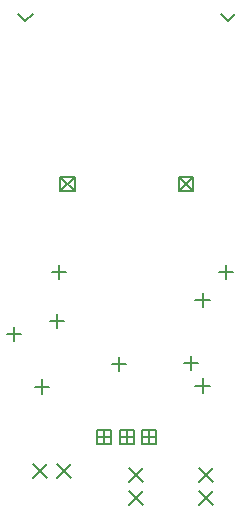
<source format=gbr>
G04 DipTrace 3.2.0.1*
G04 Plated_Through.gbr*
%MOIN*%
G04 #@! TF.FileFunction,Plated,1,2,PTH,Drill*
G04 #@! TF.Part,Single*
G04 Drill Symbols*
G04 D=0.015748 - Cross*
G04 D=0.027559 - X*
G04 D=0.043307 - Y*
G04 D=0.11811 - T*
G04 D=0.129921 - V*
G04 D=0.129921 - Clock*
G04 D=0.031496 - Box_Cross*
G04 D=0.23622 - Box_X*
%ADD10C,0.007874*%
%FSLAX26Y26*%
G04*
G70*
G90*
G75*
G01*
X1290226Y573203D2*
D10*
X1337470Y525959D1*
Y573203D2*
X1290226Y525959D1*
Y494463D2*
X1337470Y447219D1*
Y494463D2*
X1290226Y447219D1*
X738867Y586091D2*
X786112Y538846D1*
Y586091D2*
X738867Y538846D1*
X817608Y586091D2*
X864852Y538846D1*
Y586091D2*
X817608Y538846D1*
X975012Y698602D2*
Y651358D1*
X951390Y674980D2*
X998634D1*
X951390Y698602D2*
X998634D1*
Y651358D1*
X951390D1*
Y698602D1*
X1050209D2*
Y651358D1*
X1026587Y674980D2*
X1073831D1*
X1026587Y698602D2*
X1073831D1*
Y651358D1*
X1026587D1*
Y698602D1*
X1125406D2*
Y651358D1*
X1101783Y674980D2*
X1149028D1*
X1101783Y698602D2*
X1149028D1*
Y651358D1*
X1101783D1*
Y698602D1*
X1223437Y1541122D2*
X1270681Y1493878D1*
Y1541122D2*
X1223437Y1493878D1*
Y1541122D2*
X1270681D1*
Y1493878D1*
X1223437D1*
Y1541122D1*
X829736D2*
X876980Y1493878D1*
Y1541122D2*
X829736Y1493878D1*
Y1541122D2*
X876980D1*
Y1493878D1*
X829736D1*
Y1541122D1*
X689487Y2086308D2*
X713109Y2062686D1*
X736731Y2086308D1*
X1363371Y2086325D2*
X1386993Y2062703D1*
X1410615Y2086325D1*
X1058951Y573203D2*
X1106196Y525959D1*
Y573203D2*
X1058951Y525959D1*
Y494463D2*
X1106196Y447219D1*
Y494463D2*
X1058951Y447219D1*
X1303315Y1154892D2*
Y1107648D1*
X1279693Y1131270D2*
X1326937D1*
X1303315Y870436D2*
Y823192D1*
X1279693Y846814D2*
X1326937D1*
X1025017Y942378D2*
Y895134D1*
X1001395Y918756D2*
X1048639D1*
X768740Y867370D2*
Y820126D1*
X745118Y843748D2*
X792362D1*
X818745Y1086143D2*
Y1038899D1*
X795123Y1062521D2*
X842367D1*
X1265811Y945444D2*
Y898199D1*
X1242189Y921822D2*
X1289433D1*
X1381304Y1248660D2*
Y1201416D1*
X1357682Y1225038D2*
X1404927D1*
X824996Y1248660D2*
Y1201416D1*
X801374Y1225038D2*
X848618D1*
X674980Y1042388D2*
Y995144D1*
X651358Y1018766D2*
X698602D1*
M02*

</source>
